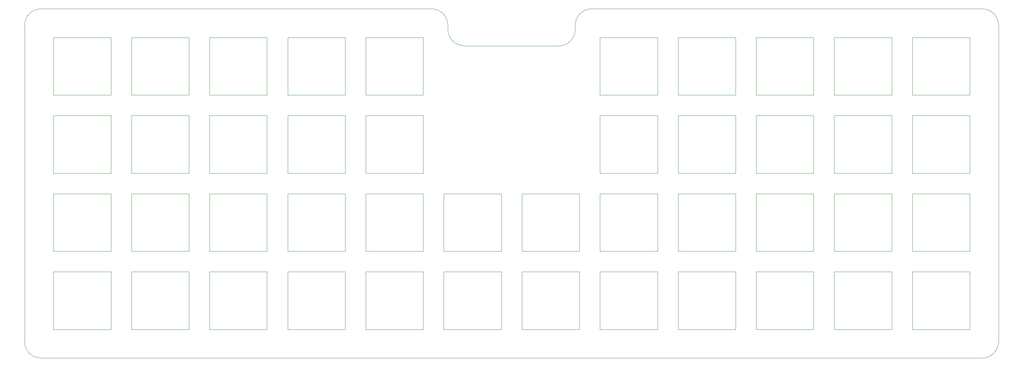
<source format=gbr>
%TF.GenerationSoftware,KiCad,Pcbnew,(5.99.0-8803-gb07c8110c8)*%
%TF.CreationDate,2021-05-08T13:24:52+01:00*%
%TF.ProjectId,Plate,506c6174-652e-46b6-9963-61645f706362,rev?*%
%TF.SameCoordinates,Original*%
%TF.FileFunction,Profile,NP*%
%FSLAX46Y46*%
G04 Gerber Fmt 4.6, Leading zero omitted, Abs format (unit mm)*
G04 Created by KiCad (PCBNEW (5.99.0-8803-gb07c8110c8)) date 2021-05-08 13:24:52*
%MOMM*%
%LPD*%
G01*
G04 APERTURE LIST*
%TA.AperFunction,Profile*%
%ADD10C,0.100000*%
%TD*%
%TA.AperFunction,Profile*%
%ADD11C,0.120000*%
%TD*%
G04 APERTURE END LIST*
D10*
X134500000Y-68000000D02*
X146000000Y-68000000D01*
X249000000Y-59000000D02*
X154000000Y-59000000D01*
X253000000Y-140000000D02*
G75*
G02*
X249000000Y-144000000I-4000000J0D01*
G01*
X150000000Y-63000000D02*
G75*
G02*
X154000000Y-59000000I4000000J0D01*
G01*
X134500000Y-68000000D02*
X123000000Y-68000000D01*
X20000000Y-59000000D02*
X115000000Y-59000000D01*
X16000000Y-63000000D02*
X16000000Y-140000000D01*
X20000000Y-144000000D02*
X249000000Y-144000000D01*
X253000000Y-140000000D02*
X253000000Y-63000000D01*
X16000000Y-140000000D02*
G75*
G03*
X20000000Y-144000000I4000000J0D01*
G01*
X150000000Y-64000000D02*
G75*
G02*
X146000000Y-68000000I-4000000J0D01*
G01*
X20000000Y-59000000D02*
G75*
G03*
X16000000Y-63000000I0J-4000000D01*
G01*
X150000000Y-64000000D02*
X150000000Y-63000000D01*
X119000000Y-63000000D02*
X119000000Y-64000000D01*
X119000000Y-64000000D02*
G75*
G03*
X123000000Y-68000000I4000000J0D01*
G01*
X119000000Y-63000000D02*
G75*
G03*
X115000000Y-59000000I-4000000J0D01*
G01*
X253000000Y-63000000D02*
G75*
G03*
X249000000Y-59000000I-4000000J0D01*
G01*
D11*
%TO.C,SW36*%
X232000000Y-104000000D02*
X246000000Y-104000000D01*
X246000000Y-104000000D02*
X246000000Y-118000000D01*
X246000000Y-118000000D02*
X232000000Y-118000000D01*
X232000000Y-118000000D02*
X232000000Y-104000000D01*
%TO.C,SW22*%
X194000000Y-85000000D02*
X208000000Y-85000000D01*
X208000000Y-85000000D02*
X208000000Y-99000000D01*
X208000000Y-99000000D02*
X194000000Y-99000000D01*
X194000000Y-99000000D02*
X194000000Y-85000000D01*
%TO.C,SW40*%
X80000000Y-123000000D02*
X94000000Y-123000000D01*
X94000000Y-123000000D02*
X94000000Y-137000000D01*
X94000000Y-137000000D02*
X80000000Y-137000000D01*
X80000000Y-137000000D02*
X80000000Y-123000000D01*
%TO.C,SW41*%
X99000000Y-123000000D02*
X113000000Y-123000000D01*
X113000000Y-123000000D02*
X113000000Y-137000000D01*
X113000000Y-137000000D02*
X99000000Y-137000000D01*
X99000000Y-137000000D02*
X99000000Y-123000000D01*
%TO.C,SW8*%
X156000000Y-66000000D02*
X170000000Y-66000000D01*
X170000000Y-66000000D02*
X170000000Y-80000000D01*
X170000000Y-80000000D02*
X156000000Y-80000000D01*
X156000000Y-80000000D02*
X156000000Y-66000000D01*
%TO.C,SW47*%
X213000000Y-123000000D02*
X227000000Y-123000000D01*
X227000000Y-123000000D02*
X227000000Y-137000000D01*
X227000000Y-137000000D02*
X213000000Y-137000000D01*
X213000000Y-137000000D02*
X213000000Y-123000000D01*
%TO.C,SW38*%
X42000000Y-123000000D02*
X56000000Y-123000000D01*
X56000000Y-123000000D02*
X56000000Y-137000000D01*
X56000000Y-137000000D02*
X42000000Y-137000000D01*
X42000000Y-137000000D02*
X42000000Y-123000000D01*
%TO.C,SW11*%
X213000000Y-66000000D02*
X227000000Y-66000000D01*
X227000000Y-66000000D02*
X227000000Y-80000000D01*
X227000000Y-80000000D02*
X213000000Y-80000000D01*
X213000000Y-80000000D02*
X213000000Y-66000000D01*
%TO.C,SW46*%
X194000000Y-123000000D02*
X208000000Y-123000000D01*
X208000000Y-123000000D02*
X208000000Y-137000000D01*
X208000000Y-137000000D02*
X194000000Y-137000000D01*
X194000000Y-137000000D02*
X194000000Y-123000000D01*
%TO.C,SW44*%
X156000000Y-123000000D02*
X170000000Y-123000000D01*
X170000000Y-123000000D02*
X170000000Y-137000000D01*
X170000000Y-137000000D02*
X156000000Y-137000000D01*
X156000000Y-137000000D02*
X156000000Y-123000000D01*
%TO.C,SW32*%
X156000000Y-104000000D02*
X170000000Y-104000000D01*
X170000000Y-104000000D02*
X170000000Y-118000000D01*
X170000000Y-118000000D02*
X156000000Y-118000000D01*
X156000000Y-118000000D02*
X156000000Y-104000000D01*
%TO.C,SW9*%
X175000000Y-66000000D02*
X189000000Y-66000000D01*
X189000000Y-66000000D02*
X189000000Y-80000000D01*
X189000000Y-80000000D02*
X175000000Y-80000000D01*
X175000000Y-80000000D02*
X175000000Y-66000000D01*
%TO.C,SW12*%
X232000000Y-66000000D02*
X246000000Y-66000000D01*
X246000000Y-66000000D02*
X246000000Y-80000000D01*
X246000000Y-80000000D02*
X232000000Y-80000000D01*
X232000000Y-80000000D02*
X232000000Y-66000000D01*
%TO.C,SW37*%
X23000000Y-123000000D02*
X37000000Y-123000000D01*
X37000000Y-123000000D02*
X37000000Y-137000000D01*
X37000000Y-137000000D02*
X23000000Y-137000000D01*
X23000000Y-137000000D02*
X23000000Y-123000000D01*
%TO.C,SW28*%
X80000000Y-104000000D02*
X94000000Y-104000000D01*
X94000000Y-104000000D02*
X94000000Y-118000000D01*
X94000000Y-118000000D02*
X80000000Y-118000000D01*
X80000000Y-118000000D02*
X80000000Y-104000000D01*
%TO.C,SW27*%
X61000000Y-104000000D02*
X75000000Y-104000000D01*
X75000000Y-104000000D02*
X75000000Y-118000000D01*
X75000000Y-118000000D02*
X61000000Y-118000000D01*
X61000000Y-118000000D02*
X61000000Y-104000000D01*
%TO.C,SW3*%
X61000000Y-66000000D02*
X75000000Y-66000000D01*
X75000000Y-66000000D02*
X75000000Y-80000000D01*
X75000000Y-80000000D02*
X61000000Y-80000000D01*
X61000000Y-80000000D02*
X61000000Y-66000000D01*
%TO.C,SW31*%
X137000000Y-104000000D02*
X151000000Y-104000000D01*
X151000000Y-104000000D02*
X151000000Y-118000000D01*
X151000000Y-118000000D02*
X137000000Y-118000000D01*
X137000000Y-118000000D02*
X137000000Y-104000000D01*
%TO.C,SW43*%
X137000000Y-123000000D02*
X151000000Y-123000000D01*
X151000000Y-123000000D02*
X151000000Y-137000000D01*
X151000000Y-137000000D02*
X137000000Y-137000000D01*
X137000000Y-137000000D02*
X137000000Y-123000000D01*
%TO.C,SW21*%
X175000000Y-85000000D02*
X189000000Y-85000000D01*
X189000000Y-85000000D02*
X189000000Y-99000000D01*
X189000000Y-99000000D02*
X175000000Y-99000000D01*
X175000000Y-99000000D02*
X175000000Y-85000000D01*
%TO.C,SW42*%
X118000000Y-123000000D02*
X132000000Y-123000000D01*
X132000000Y-123000000D02*
X132000000Y-137000000D01*
X132000000Y-137000000D02*
X118000000Y-137000000D01*
X118000000Y-137000000D02*
X118000000Y-123000000D01*
%TO.C,SW1*%
X23000000Y-66000000D02*
X37000000Y-66000000D01*
X37000000Y-66000000D02*
X37000000Y-80000000D01*
X37000000Y-80000000D02*
X23000000Y-80000000D01*
X23000000Y-80000000D02*
X23000000Y-66000000D01*
%TO.C,SW15*%
X61000000Y-85000000D02*
X75000000Y-85000000D01*
X75000000Y-85000000D02*
X75000000Y-99000000D01*
X75000000Y-99000000D02*
X61000000Y-99000000D01*
X61000000Y-99000000D02*
X61000000Y-85000000D01*
%TO.C,SW14*%
X42000000Y-85000000D02*
X56000000Y-85000000D01*
X56000000Y-85000000D02*
X56000000Y-99000000D01*
X56000000Y-99000000D02*
X42000000Y-99000000D01*
X42000000Y-99000000D02*
X42000000Y-85000000D01*
%TO.C,SW35*%
X213000000Y-104000000D02*
X227000000Y-104000000D01*
X227000000Y-104000000D02*
X227000000Y-118000000D01*
X227000000Y-118000000D02*
X213000000Y-118000000D01*
X213000000Y-118000000D02*
X213000000Y-104000000D01*
%TO.C,SW2*%
X42000000Y-66000000D02*
X56000000Y-66000000D01*
X56000000Y-66000000D02*
X56000000Y-80000000D01*
X56000000Y-80000000D02*
X42000000Y-80000000D01*
X42000000Y-80000000D02*
X42000000Y-66000000D01*
%TO.C,SW16*%
X80000000Y-85000000D02*
X94000000Y-85000000D01*
X94000000Y-85000000D02*
X94000000Y-99000000D01*
X94000000Y-99000000D02*
X80000000Y-99000000D01*
X80000000Y-99000000D02*
X80000000Y-85000000D01*
%TO.C,SW5*%
X99000000Y-66000000D02*
X113000000Y-66000000D01*
X113000000Y-66000000D02*
X113000000Y-80000000D01*
X113000000Y-80000000D02*
X99000000Y-80000000D01*
X99000000Y-80000000D02*
X99000000Y-66000000D01*
%TO.C,SW45*%
X175000000Y-123000000D02*
X189000000Y-123000000D01*
X189000000Y-123000000D02*
X189000000Y-137000000D01*
X189000000Y-137000000D02*
X175000000Y-137000000D01*
X175000000Y-137000000D02*
X175000000Y-123000000D01*
%TO.C,SW10*%
X194000000Y-66000000D02*
X208000000Y-66000000D01*
X208000000Y-66000000D02*
X208000000Y-80000000D01*
X208000000Y-80000000D02*
X194000000Y-80000000D01*
X194000000Y-80000000D02*
X194000000Y-66000000D01*
%TO.C,SW29*%
X99000000Y-104000000D02*
X113000000Y-104000000D01*
X113000000Y-104000000D02*
X113000000Y-118000000D01*
X113000000Y-118000000D02*
X99000000Y-118000000D01*
X99000000Y-118000000D02*
X99000000Y-104000000D01*
%TO.C,SW34*%
X194000000Y-104000000D02*
X208000000Y-104000000D01*
X208000000Y-104000000D02*
X208000000Y-118000000D01*
X208000000Y-118000000D02*
X194000000Y-118000000D01*
X194000000Y-118000000D02*
X194000000Y-104000000D01*
%TO.C,SW23*%
X213000000Y-85000000D02*
X227000000Y-85000000D01*
X227000000Y-85000000D02*
X227000000Y-99000000D01*
X227000000Y-99000000D02*
X213000000Y-99000000D01*
X213000000Y-99000000D02*
X213000000Y-85000000D01*
%TO.C,SW26*%
X42000000Y-104000000D02*
X56000000Y-104000000D01*
X56000000Y-104000000D02*
X56000000Y-118000000D01*
X56000000Y-118000000D02*
X42000000Y-118000000D01*
X42000000Y-118000000D02*
X42000000Y-104000000D01*
%TO.C,SW20*%
X156000000Y-85000000D02*
X170000000Y-85000000D01*
X170000000Y-85000000D02*
X170000000Y-99000000D01*
X170000000Y-99000000D02*
X156000000Y-99000000D01*
X156000000Y-99000000D02*
X156000000Y-85000000D01*
%TO.C,SW48*%
X232000000Y-123000000D02*
X246000000Y-123000000D01*
X246000000Y-123000000D02*
X246000000Y-137000000D01*
X246000000Y-137000000D02*
X232000000Y-137000000D01*
X232000000Y-137000000D02*
X232000000Y-123000000D01*
%TO.C,SW24*%
X232000000Y-85000000D02*
X246000000Y-85000000D01*
X246000000Y-85000000D02*
X246000000Y-99000000D01*
X246000000Y-99000000D02*
X232000000Y-99000000D01*
X232000000Y-99000000D02*
X232000000Y-85000000D01*
%TO.C,SW33*%
X175000000Y-104000000D02*
X189000000Y-104000000D01*
X189000000Y-104000000D02*
X189000000Y-118000000D01*
X189000000Y-118000000D02*
X175000000Y-118000000D01*
X175000000Y-118000000D02*
X175000000Y-104000000D01*
%TO.C,SW4*%
X80000000Y-66000000D02*
X94000000Y-66000000D01*
X94000000Y-66000000D02*
X94000000Y-80000000D01*
X94000000Y-80000000D02*
X80000000Y-80000000D01*
X80000000Y-80000000D02*
X80000000Y-66000000D01*
%TO.C,SW13*%
X23000000Y-85000000D02*
X37000000Y-85000000D01*
X37000000Y-85000000D02*
X37000000Y-99000000D01*
X37000000Y-99000000D02*
X23000000Y-99000000D01*
X23000000Y-99000000D02*
X23000000Y-85000000D01*
%TO.C,SW25*%
X23000000Y-104000000D02*
X37000000Y-104000000D01*
X37000000Y-104000000D02*
X37000000Y-118000000D01*
X37000000Y-118000000D02*
X23000000Y-118000000D01*
X23000000Y-118000000D02*
X23000000Y-104000000D01*
%TO.C,SW30*%
X118000000Y-104000000D02*
X132000000Y-104000000D01*
X132000000Y-104000000D02*
X132000000Y-118000000D01*
X132000000Y-118000000D02*
X118000000Y-118000000D01*
X118000000Y-118000000D02*
X118000000Y-104000000D01*
%TO.C,SW17*%
X99000000Y-85000000D02*
X113000000Y-85000000D01*
X113000000Y-85000000D02*
X113000000Y-99000000D01*
X113000000Y-99000000D02*
X99000000Y-99000000D01*
X99000000Y-99000000D02*
X99000000Y-85000000D01*
%TO.C,SW39*%
X61000000Y-123000000D02*
X75000000Y-123000000D01*
X75000000Y-123000000D02*
X75000000Y-137000000D01*
X75000000Y-137000000D02*
X61000000Y-137000000D01*
X61000000Y-137000000D02*
X61000000Y-123000000D01*
%TD*%
M02*

</source>
